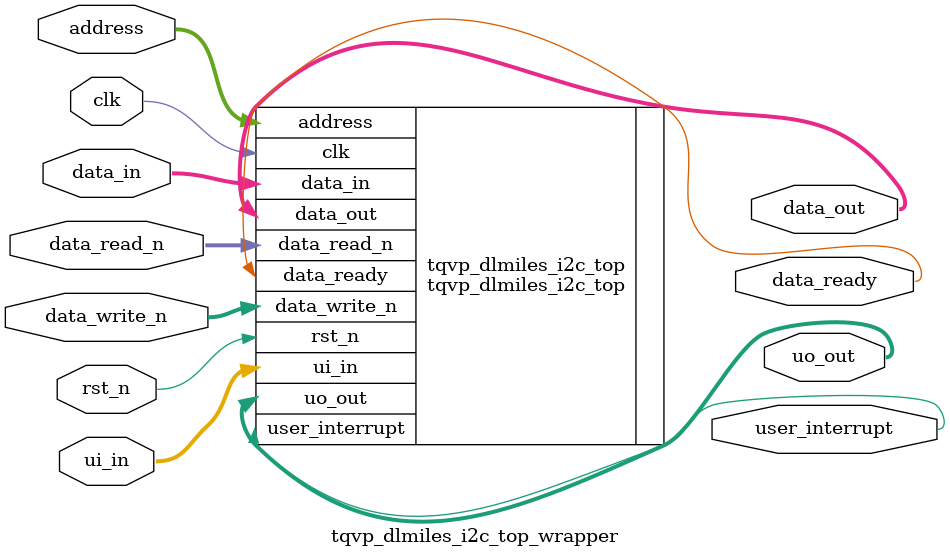
<source format=v>
/*
 * Copyright (c) 2025 Darryl L. Miles
 * SPDX-License-Identifier: Apache-2.0
 */

`default_nettype none

module tqvp_dlmiles_i2c_top_wrapper (
    input         clk,          // Clock - the TinyQV project clock is normally set to 64MHz.
    input         rst_n,        // Reset_n - low to reset.

    input  [7:0]  ui_in,        // The input PMOD, always available.  Note that ui_in[7] is normally used for UART RX.
                                // The inputs are synchronized to the clock, note this will introduce 2 cycles of delay on the inputs.

    output [7:0]  uo_out,       // The output PMOD.  Each wire is only connected if this peripheral is selected.
                                // Note that uo_out[0] is normally used for UART TX.

    input [5:0]   address,      // Address within this peripheral's address space
    input [31:0]  data_in,      // Data in to the peripheral, bottom 8, 16 or all 32 bits are valid on write.

    // Data read and write requests from the TinyQV core.
    input [1:0]   data_write_n, // 11 = no write, 00 = 8-bits, 01 = 16-bits, 10 = 32-bits
    input [1:0]   data_read_n,  // 11 = no read,  00 = 8-bits, 01 = 16-bits, 10 = 32-bits
    
    output [31:0] data_out,     // Data out from the peripheral, bottom 8, 16 or all 32 bits are valid on read when data_ready is high.
    output        data_ready,

    output        user_interrupt  // Dedicated interrupt request for this peripheral
);

`ifdef EXAMPLE
    // Implement a 32-bit read/write register at address 0
    reg [31:0] example_data;
    always @(posedge clk) begin
        if (!rst_n) begin
            example_data <= 0;
        end else begin
            if (address == 6'h0) begin
                if (data_write_n != 2'b11)              example_data[7:0]   <= data_in[7:0];
                if (data_write_n[1] != data_write_n[0]) example_data[15:8]  <= data_in[15:8];
                if (data_write_n == 2'b10)              example_data[31:16] <= data_in[31:16];
            end
        end
    end

    // The bottom 8 bits of the stored data are added to ui_in and output to uo_out.
    assign uo_out = example_data[7:0] + ui_in;

    // Address 0 reads the example data register.  
    // Address 4 reads ui_in
    // All other addresses read 0.
    assign data_out = (address == 6'h0) ? example_data :
                      (address == 6'h4) ? {24'h0, ui_in} :
                      32'h0;

    // All reads complete in 1 clock
    assign data_ready = 1;
    
    // User interrupt is generated on rising edge of ui_in[6], and cleared by writing a 1 to the low bit of address 8.
    reg example_interrupt;
    reg last_ui_in_6;

    always @(posedge clk) begin
        if (!rst_n) begin
            example_interrupt <= 0;
        end

        if (ui_in[6] && !last_ui_in_6) begin
            example_interrupt <= 1;
        end else if (address == 6'h8 && data_write_n != 2'b11 && data_in[0]) begin
            example_interrupt <= 0;
        end

        last_ui_in_6 <= ui_in[6];
    end

    assign user_interrupt = example_interrupt;

    // List all unused inputs to prevent warnings
    // data_read_n is unused as none of our behaviour depends on whether
    // registers are being read.
    wire _unused = &{data_read_n, 1'b0};
`else
    tqvp_dlmiles_i2c_top tqvp_dlmiles_i2c_top(
        .clk            (clk),
        .rst_n          (rst_n),

        .ui_in          (ui_in),

        .uo_out         (uo_out),

        .address        (address),
        .data_in        (data_in),

        .data_write_n   (data_write_n),
        .data_read_n    (data_read_n),

        .data_out       (data_out),
        .data_ready     (data_ready),

        .user_interrupt (user_interrupt)
    );
`endif

endmodule

</source>
